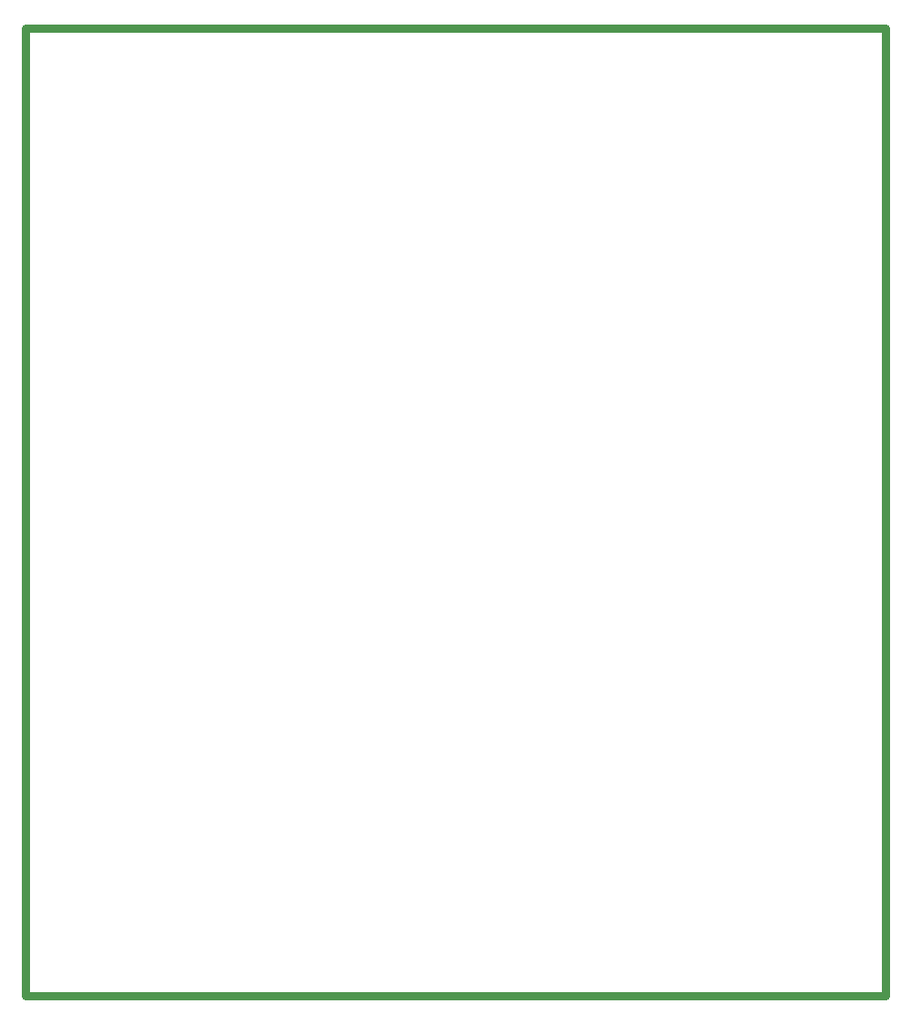
<source format=gko>
%FSAX24Y24*%
%MOIN*%
G70*
G01*
G75*
G04 Layer_Color=16711935*
%ADD10R,0.0350X0.0200*%
%ADD11R,0.0200X0.0350*%
%ADD12R,0.0300X0.0550*%
%ADD13R,0.0550X0.0300*%
%ADD14R,0.0600X0.0600*%
%ADD15R,0.0600X0.0600*%
%ADD16R,0.1000X0.0600*%
%ADD17R,0.0240X0.0760*%
%ADD18R,0.1181X0.0787*%
%ADD19O,0.0500X0.0984*%
%ADD20O,0.0118X0.0689*%
%ADD21O,0.0689X0.0118*%
%ADD22R,0.0650X0.0400*%
%ADD23C,0.0600*%
G04:AMPARAMS|DCode=24|XSize=59.1mil|YSize=118.1mil|CornerRadius=5.9mil|HoleSize=0mil|Usage=FLASHONLY|Rotation=180.000|XOffset=0mil|YOffset=0mil|HoleType=Round|Shape=RoundedRectangle|*
%AMROUNDEDRECTD24*
21,1,0.0591,0.1063,0,0,180.0*
21,1,0.0472,0.1181,0,0,180.0*
1,1,0.0118,-0.0236,0.0532*
1,1,0.0118,0.0236,0.0532*
1,1,0.0118,0.0236,-0.0532*
1,1,0.0118,-0.0236,-0.0532*
%
%ADD24ROUNDEDRECTD24*%
G04:AMPARAMS|DCode=25|XSize=100mil|YSize=50mil|CornerRadius=5mil|HoleSize=0mil|Usage=FLASHONLY|Rotation=180.000|XOffset=0mil|YOffset=0mil|HoleType=Round|Shape=RoundedRectangle|*
%AMROUNDEDRECTD25*
21,1,0.1000,0.0400,0,0,180.0*
21,1,0.0900,0.0500,0,0,180.0*
1,1,0.0100,-0.0450,0.0200*
1,1,0.0100,0.0450,0.0200*
1,1,0.0100,0.0450,-0.0200*
1,1,0.0100,-0.0450,-0.0200*
%
%ADD25ROUNDEDRECTD25*%
%ADD26R,0.2008X0.2000*%
%ADD27R,0.0315X0.0984*%
G04:AMPARAMS|DCode=28|XSize=275.6mil|YSize=137.8mil|CornerRadius=13.8mil|HoleSize=0mil|Usage=FLASHONLY|Rotation=180.000|XOffset=0mil|YOffset=0mil|HoleType=Round|Shape=RoundedRectangle|*
%AMROUNDEDRECTD28*
21,1,0.2756,0.1102,0,0,180.0*
21,1,0.2480,0.1378,0,0,180.0*
1,1,0.0276,-0.1240,0.0551*
1,1,0.0276,0.1240,0.0551*
1,1,0.0276,0.1240,-0.0551*
1,1,0.0276,-0.1240,-0.0551*
%
%ADD28ROUNDEDRECTD28*%
%ADD29R,0.0850X0.0421*%
G04:AMPARAMS|DCode=30|XSize=417.3mil|YSize=236.2mil|CornerRadius=23.6mil|HoleSize=0mil|Usage=FLASHONLY|Rotation=90.000|XOffset=0mil|YOffset=0mil|HoleType=Round|Shape=RoundedRectangle|*
%AMROUNDEDRECTD30*
21,1,0.4173,0.1890,0,0,90.0*
21,1,0.3701,0.2362,0,0,90.0*
1,1,0.0472,0.0945,0.1850*
1,1,0.0472,0.0945,-0.1850*
1,1,0.0472,-0.0945,-0.1850*
1,1,0.0472,-0.0945,0.1850*
%
%ADD30ROUNDEDRECTD30*%
%ADD31C,0.0100*%
%ADD32C,0.0200*%
%ADD33C,0.0080*%
%ADD34C,0.0250*%
%ADD35R,0.2350X0.4000*%
%ADD36R,0.5200X0.0300*%
%ADD37R,0.2200X0.3700*%
%ADD38R,0.3100X0.0700*%
%ADD39C,0.0591*%
%ADD40R,0.0591X0.0591*%
%ADD41P,0.0649X8X112.5*%
%ADD42R,0.0591X0.0591*%
%ADD43P,0.0649X8X22.5*%
%ADD44R,0.0591X0.1575*%
%ADD45C,0.0787*%
G04:AMPARAMS|DCode=46|XSize=78.7mil|YSize=78.7mil|CornerRadius=19.7mil|HoleSize=0mil|Usage=FLASHONLY|Rotation=0.000|XOffset=0mil|YOffset=0mil|HoleType=Round|Shape=RoundedRectangle|*
%AMROUNDEDRECTD46*
21,1,0.0787,0.0394,0,0,0.0*
21,1,0.0394,0.0787,0,0,0.0*
1,1,0.0394,0.0197,-0.0197*
1,1,0.0394,-0.0197,-0.0197*
1,1,0.0394,-0.0197,0.0197*
1,1,0.0394,0.0197,0.0197*
%
%ADD46ROUNDEDRECTD46*%
%ADD47C,0.1969*%
%ADD48R,0.0610X0.0610*%
%ADD49C,0.0610*%
%ADD50R,0.1969X0.0591*%
%ADD51C,0.0984*%
G04:AMPARAMS|DCode=52|XSize=98.4mil|YSize=98.4mil|CornerRadius=9.8mil|HoleSize=0mil|Usage=FLASHONLY|Rotation=90.000|XOffset=0mil|YOffset=0mil|HoleType=Round|Shape=RoundedRectangle|*
%AMROUNDEDRECTD52*
21,1,0.0984,0.0787,0,0,90.0*
21,1,0.0787,0.0984,0,0,90.0*
1,1,0.0197,0.0394,0.0394*
1,1,0.0197,0.0394,-0.0394*
1,1,0.0197,-0.0394,-0.0394*
1,1,0.0197,-0.0394,0.0394*
%
%ADD52ROUNDEDRECTD52*%
%ADD53C,0.0360*%
%ADD54C,0.0400*%
%ADD55R,0.2650X0.2650*%
%ADD56C,0.0060*%
%ADD57C,0.0098*%
%ADD58C,0.0070*%
%ADD59C,0.0079*%
%ADD60R,0.0200X0.1000*%
%ADD61R,0.1050X1.2063*%
%ADD62R,0.1000X0.0200*%
%ADD63R,0.7650X0.1650*%
%ADD64R,0.0197X0.0101*%
%ADD65R,0.6600X0.0656*%
%ADD66R,0.0430X0.0280*%
%ADD67R,0.0280X0.0430*%
%ADD68R,0.0380X0.0630*%
%ADD69R,0.0630X0.0380*%
%ADD70R,0.0680X0.0680*%
%ADD71R,0.0680X0.0680*%
%ADD72R,0.1080X0.0680*%
%ADD73R,0.0320X0.0840*%
%ADD74R,0.1261X0.0867*%
%ADD75O,0.0580X0.1064*%
%ADD76O,0.0198X0.0769*%
%ADD77O,0.0769X0.0198*%
%ADD78R,0.0730X0.0480*%
%ADD79C,0.0680*%
G04:AMPARAMS|DCode=80|XSize=67.1mil|YSize=126.1mil|CornerRadius=9.9mil|HoleSize=0mil|Usage=FLASHONLY|Rotation=180.000|XOffset=0mil|YOffset=0mil|HoleType=Round|Shape=RoundedRectangle|*
%AMROUNDEDRECTD80*
21,1,0.0671,0.1063,0,0,180.0*
21,1,0.0472,0.1261,0,0,180.0*
1,1,0.0198,-0.0236,0.0532*
1,1,0.0198,0.0236,0.0532*
1,1,0.0198,0.0236,-0.0532*
1,1,0.0198,-0.0236,-0.0532*
%
%ADD80ROUNDEDRECTD80*%
G04:AMPARAMS|DCode=81|XSize=108mil|YSize=58mil|CornerRadius=9mil|HoleSize=0mil|Usage=FLASHONLY|Rotation=180.000|XOffset=0mil|YOffset=0mil|HoleType=Round|Shape=RoundedRectangle|*
%AMROUNDEDRECTD81*
21,1,0.1080,0.0400,0,0,180.0*
21,1,0.0900,0.0580,0,0,180.0*
1,1,0.0180,-0.0450,0.0200*
1,1,0.0180,0.0450,0.0200*
1,1,0.0180,0.0450,-0.0200*
1,1,0.0180,-0.0450,-0.0200*
%
%ADD81ROUNDEDRECTD81*%
%ADD82R,0.2088X0.2080*%
%ADD83R,0.0395X0.1064*%
G04:AMPARAMS|DCode=84|XSize=283.6mil|YSize=145.8mil|CornerRadius=17.8mil|HoleSize=0mil|Usage=FLASHONLY|Rotation=180.000|XOffset=0mil|YOffset=0mil|HoleType=Round|Shape=RoundedRectangle|*
%AMROUNDEDRECTD84*
21,1,0.2836,0.1102,0,0,180.0*
21,1,0.2480,0.1458,0,0,180.0*
1,1,0.0356,-0.1240,0.0551*
1,1,0.0356,0.1240,0.0551*
1,1,0.0356,0.1240,-0.0551*
1,1,0.0356,-0.1240,-0.0551*
%
%ADD84ROUNDEDRECTD84*%
%ADD85R,0.0930X0.0501*%
G04:AMPARAMS|DCode=86|XSize=425.3mil|YSize=244.2mil|CornerRadius=27.6mil|HoleSize=0mil|Usage=FLASHONLY|Rotation=90.000|XOffset=0mil|YOffset=0mil|HoleType=Round|Shape=RoundedRectangle|*
%AMROUNDEDRECTD86*
21,1,0.4253,0.1890,0,0,90.0*
21,1,0.3701,0.2442,0,0,90.0*
1,1,0.0552,0.0945,0.1850*
1,1,0.0552,0.0945,-0.1850*
1,1,0.0552,-0.0945,-0.1850*
1,1,0.0552,-0.0945,0.1850*
%
%ADD86ROUNDEDRECTD86*%
%ADD87C,0.0671*%
%ADD88R,0.0671X0.0671*%
%ADD89P,0.0736X8X112.5*%
%ADD90R,0.0671X0.0671*%
%ADD91P,0.0736X8X22.5*%
%ADD92R,0.0671X0.1655*%
%ADD93C,0.0867*%
G04:AMPARAMS|DCode=94|XSize=86.7mil|YSize=86.7mil|CornerRadius=23.7mil|HoleSize=0mil|Usage=FLASHONLY|Rotation=0.000|XOffset=0mil|YOffset=0mil|HoleType=Round|Shape=RoundedRectangle|*
%AMROUNDEDRECTD94*
21,1,0.0867,0.0394,0,0,0.0*
21,1,0.0394,0.0867,0,0,0.0*
1,1,0.0474,0.0197,-0.0197*
1,1,0.0474,-0.0197,-0.0197*
1,1,0.0474,-0.0197,0.0197*
1,1,0.0474,0.0197,0.0197*
%
%ADD94ROUNDEDRECTD94*%
%ADD95C,0.2049*%
%ADD96R,0.0690X0.0690*%
%ADD97C,0.0690*%
%ADD98R,0.2049X0.0671*%
%ADD99C,0.1064*%
G04:AMPARAMS|DCode=100|XSize=106.4mil|YSize=106.4mil|CornerRadius=13.8mil|HoleSize=0mil|Usage=FLASHONLY|Rotation=90.000|XOffset=0mil|YOffset=0mil|HoleType=Round|Shape=RoundedRectangle|*
%AMROUNDEDRECTD100*
21,1,0.1064,0.0787,0,0,90.0*
21,1,0.0787,0.1064,0,0,90.0*
1,1,0.0277,0.0394,0.0394*
1,1,0.0277,0.0394,-0.0394*
1,1,0.0277,-0.0394,-0.0394*
1,1,0.0277,-0.0394,0.0394*
%
%ADD100ROUNDEDRECTD100*%
%ADD101C,0.0440*%
%ADD102C,0.0480*%
%ADD103C,0.0300*%
D103*
X112396Y062211D02*
Y097644D01*
X080900D02*
X112396D01*
X080900Y062211D02*
Y097644D01*
Y062211D02*
X112396D01*
M02*

</source>
